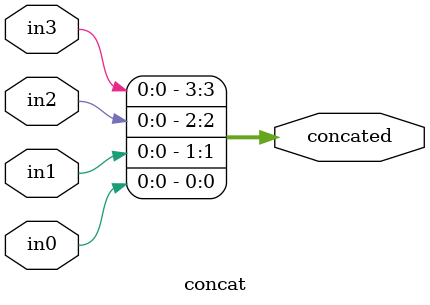
<source format=v>
/* @author Hatim Kanchwala <hatim@hatimak.me>
 * @copyright 2019 Hatim Kanchwala
 */

module concat(
              input wire          in3,
              input wire          in2,
              input wire          in1,
              input wire          in0,
              (* X_INTERFACE_PARAMETER = "SENSITIVITY LEVEL_HIGH" *)
              output wire [3 : 0] concated
              );

   assign concated = {in3, in2, in1, in0};

endmodule // concat

</source>
